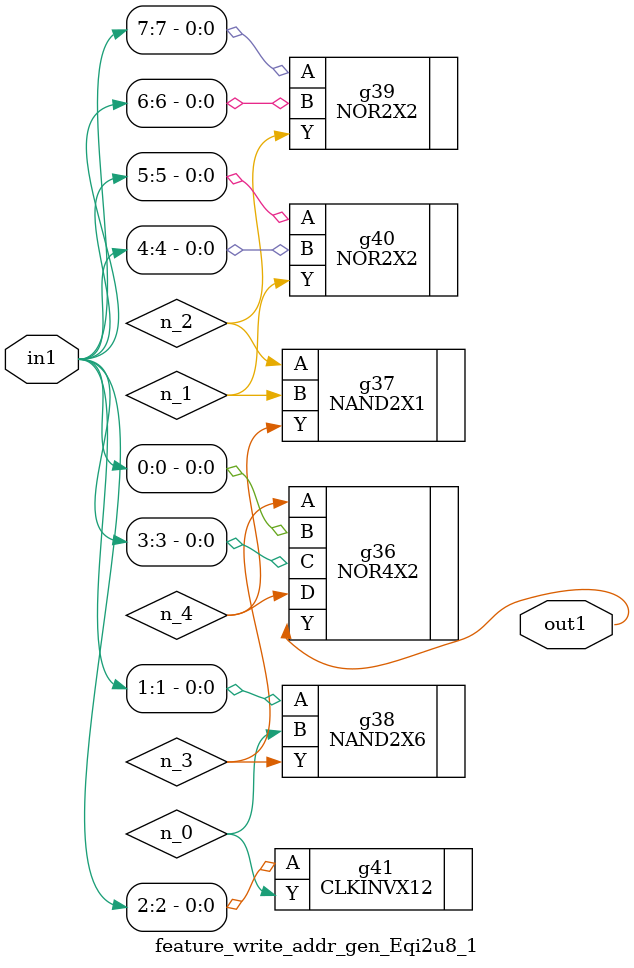
<source format=v>
`timescale 1ps / 1ps


module feature_write_addr_gen_Eqi2u8_1(in1, out1);
  input [7:0] in1;
  output out1;
  wire [7:0] in1;
  wire out1;
  wire n_0, n_1, n_2, n_3, n_4;
  NOR4X2 g36(.A (n_3), .B (in1[0]), .C (in1[3]), .D (n_4), .Y (out1));
  NAND2X1 g37(.A (n_2), .B (n_1), .Y (n_4));
  NAND2X6 g38(.A (in1[1]), .B (n_0), .Y (n_3));
  NOR2X2 g39(.A (in1[7]), .B (in1[6]), .Y (n_2));
  NOR2X2 g40(.A (in1[5]), .B (in1[4]), .Y (n_1));
  CLKINVX12 g41(.A (in1[2]), .Y (n_0));
endmodule



</source>
